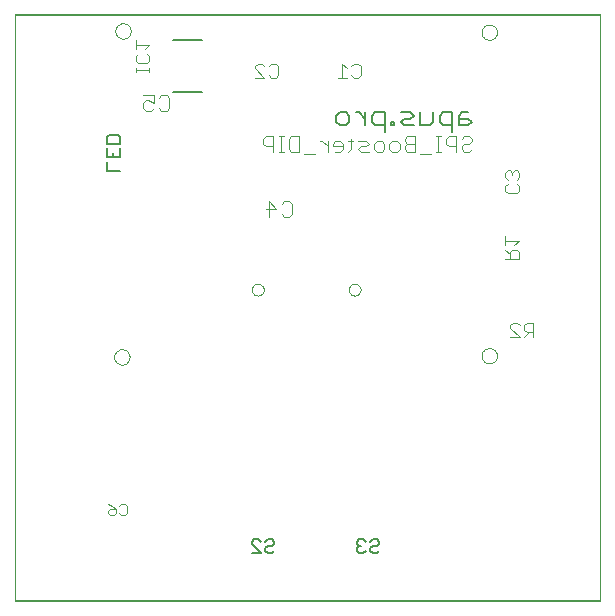
<source format=gbo>
G75*
G70*
%OFA0B0*%
%FSLAX24Y24*%
%IPPOS*%
%LPD*%
%AMOC8*
5,1,8,0,0,1.08239X$1,22.5*
%
%ADD10C,0.0000*%
%ADD11C,0.0040*%
%ADD12C,0.0060*%
%ADD13C,0.0050*%
%ADD14C,0.0030*%
D10*
X000736Y000100D02*
X000736Y019663D01*
X020252Y019663D01*
X020252Y000100D01*
X000736Y000100D01*
X000750Y000128D02*
X000750Y019628D01*
X020250Y019628D01*
X020250Y000128D01*
X000750Y000128D01*
X004056Y008245D02*
X004058Y008276D01*
X004064Y008307D01*
X004073Y008337D01*
X004086Y008366D01*
X004103Y008393D01*
X004123Y008417D01*
X004145Y008439D01*
X004171Y008458D01*
X004198Y008474D01*
X004227Y008486D01*
X004257Y008495D01*
X004288Y008500D01*
X004320Y008501D01*
X004351Y008498D01*
X004382Y008491D01*
X004412Y008481D01*
X004440Y008467D01*
X004466Y008449D01*
X004490Y008429D01*
X004511Y008405D01*
X004530Y008380D01*
X004545Y008352D01*
X004556Y008323D01*
X004564Y008292D01*
X004568Y008261D01*
X004568Y008229D01*
X004564Y008198D01*
X004556Y008167D01*
X004545Y008138D01*
X004530Y008110D01*
X004511Y008085D01*
X004490Y008061D01*
X004466Y008041D01*
X004440Y008023D01*
X004412Y008009D01*
X004382Y007999D01*
X004351Y007992D01*
X004320Y007989D01*
X004288Y007990D01*
X004257Y007995D01*
X004227Y008004D01*
X004198Y008016D01*
X004171Y008032D01*
X004145Y008051D01*
X004123Y008073D01*
X004103Y008097D01*
X004086Y008124D01*
X004073Y008153D01*
X004064Y008183D01*
X004058Y008214D01*
X004056Y008245D01*
X008643Y010489D02*
X008645Y010516D01*
X008651Y010543D01*
X008660Y010569D01*
X008673Y010593D01*
X008689Y010616D01*
X008708Y010635D01*
X008730Y010652D01*
X008754Y010666D01*
X008779Y010676D01*
X008806Y010683D01*
X008833Y010686D01*
X008861Y010685D01*
X008888Y010680D01*
X008914Y010672D01*
X008938Y010660D01*
X008961Y010644D01*
X008982Y010626D01*
X008999Y010605D01*
X009014Y010581D01*
X009025Y010556D01*
X009033Y010530D01*
X009037Y010503D01*
X009037Y010475D01*
X009033Y010448D01*
X009025Y010422D01*
X009014Y010397D01*
X008999Y010373D01*
X008982Y010352D01*
X008961Y010334D01*
X008939Y010318D01*
X008914Y010306D01*
X008888Y010298D01*
X008861Y010293D01*
X008833Y010292D01*
X008806Y010295D01*
X008779Y010302D01*
X008754Y010312D01*
X008730Y010326D01*
X008708Y010343D01*
X008689Y010362D01*
X008673Y010385D01*
X008660Y010409D01*
X008651Y010435D01*
X008645Y010462D01*
X008643Y010489D01*
X011871Y010489D02*
X011873Y010516D01*
X011879Y010543D01*
X011888Y010569D01*
X011901Y010593D01*
X011917Y010616D01*
X011936Y010635D01*
X011958Y010652D01*
X011982Y010666D01*
X012007Y010676D01*
X012034Y010683D01*
X012061Y010686D01*
X012089Y010685D01*
X012116Y010680D01*
X012142Y010672D01*
X012166Y010660D01*
X012189Y010644D01*
X012210Y010626D01*
X012227Y010605D01*
X012242Y010581D01*
X012253Y010556D01*
X012261Y010530D01*
X012265Y010503D01*
X012265Y010475D01*
X012261Y010448D01*
X012253Y010422D01*
X012242Y010397D01*
X012227Y010373D01*
X012210Y010352D01*
X012189Y010334D01*
X012167Y010318D01*
X012142Y010306D01*
X012116Y010298D01*
X012089Y010293D01*
X012061Y010292D01*
X012034Y010295D01*
X012007Y010302D01*
X011982Y010312D01*
X011958Y010326D01*
X011936Y010343D01*
X011917Y010362D01*
X011901Y010385D01*
X011888Y010409D01*
X011879Y010435D01*
X011873Y010462D01*
X011871Y010489D01*
X016300Y008284D02*
X016302Y008315D01*
X016308Y008346D01*
X016317Y008376D01*
X016330Y008405D01*
X016347Y008432D01*
X016367Y008456D01*
X016389Y008478D01*
X016415Y008497D01*
X016442Y008513D01*
X016471Y008525D01*
X016501Y008534D01*
X016532Y008539D01*
X016564Y008540D01*
X016595Y008537D01*
X016626Y008530D01*
X016656Y008520D01*
X016684Y008506D01*
X016710Y008488D01*
X016734Y008468D01*
X016755Y008444D01*
X016774Y008419D01*
X016789Y008391D01*
X016800Y008362D01*
X016808Y008331D01*
X016812Y008300D01*
X016812Y008268D01*
X016808Y008237D01*
X016800Y008206D01*
X016789Y008177D01*
X016774Y008149D01*
X016755Y008124D01*
X016734Y008100D01*
X016710Y008080D01*
X016684Y008062D01*
X016656Y008048D01*
X016626Y008038D01*
X016595Y008031D01*
X016564Y008028D01*
X016532Y008029D01*
X016501Y008034D01*
X016471Y008043D01*
X016442Y008055D01*
X016415Y008071D01*
X016389Y008090D01*
X016367Y008112D01*
X016347Y008136D01*
X016330Y008163D01*
X016317Y008192D01*
X016308Y008222D01*
X016302Y008253D01*
X016300Y008284D01*
X016300Y019071D02*
X016302Y019102D01*
X016308Y019133D01*
X016317Y019163D01*
X016330Y019192D01*
X016347Y019219D01*
X016367Y019243D01*
X016389Y019265D01*
X016415Y019284D01*
X016442Y019300D01*
X016471Y019312D01*
X016501Y019321D01*
X016532Y019326D01*
X016564Y019327D01*
X016595Y019324D01*
X016626Y019317D01*
X016656Y019307D01*
X016684Y019293D01*
X016710Y019275D01*
X016734Y019255D01*
X016755Y019231D01*
X016774Y019206D01*
X016789Y019178D01*
X016800Y019149D01*
X016808Y019118D01*
X016812Y019087D01*
X016812Y019055D01*
X016808Y019024D01*
X016800Y018993D01*
X016789Y018964D01*
X016774Y018936D01*
X016755Y018911D01*
X016734Y018887D01*
X016710Y018867D01*
X016684Y018849D01*
X016656Y018835D01*
X016626Y018825D01*
X016595Y018818D01*
X016564Y018815D01*
X016532Y018816D01*
X016501Y018821D01*
X016471Y018830D01*
X016442Y018842D01*
X016415Y018858D01*
X016389Y018877D01*
X016367Y018899D01*
X016347Y018923D01*
X016330Y018950D01*
X016317Y018979D01*
X016308Y019009D01*
X016302Y019040D01*
X016300Y019071D01*
X004095Y019111D02*
X004097Y019142D01*
X004103Y019173D01*
X004112Y019203D01*
X004125Y019232D01*
X004142Y019259D01*
X004162Y019283D01*
X004184Y019305D01*
X004210Y019324D01*
X004237Y019340D01*
X004266Y019352D01*
X004296Y019361D01*
X004327Y019366D01*
X004359Y019367D01*
X004390Y019364D01*
X004421Y019357D01*
X004451Y019347D01*
X004479Y019333D01*
X004505Y019315D01*
X004529Y019295D01*
X004550Y019271D01*
X004569Y019246D01*
X004584Y019218D01*
X004595Y019189D01*
X004603Y019158D01*
X004607Y019127D01*
X004607Y019095D01*
X004603Y019064D01*
X004595Y019033D01*
X004584Y019004D01*
X004569Y018976D01*
X004550Y018951D01*
X004529Y018927D01*
X004505Y018907D01*
X004479Y018889D01*
X004451Y018875D01*
X004421Y018865D01*
X004390Y018858D01*
X004359Y018855D01*
X004327Y018856D01*
X004296Y018861D01*
X004266Y018870D01*
X004237Y018882D01*
X004210Y018898D01*
X004184Y018917D01*
X004162Y018939D01*
X004142Y018963D01*
X004125Y018990D01*
X004112Y019019D01*
X004103Y019049D01*
X004097Y019080D01*
X004095Y019111D01*
D11*
X004770Y018809D02*
X004770Y018502D01*
X004770Y018656D02*
X005230Y018656D01*
X005077Y018502D01*
X005154Y018349D02*
X005230Y018272D01*
X005230Y018118D01*
X005154Y018042D01*
X004847Y018042D01*
X004770Y018118D01*
X004770Y018272D01*
X004847Y018349D01*
X004770Y017888D02*
X004770Y017735D01*
X004770Y017812D02*
X005230Y017812D01*
X005230Y017888D02*
X005230Y017735D01*
X005371Y016973D02*
X005024Y016973D01*
X005110Y016799D02*
X005024Y016713D01*
X005024Y016539D01*
X005110Y016453D01*
X005284Y016453D01*
X005371Y016539D01*
X005539Y016539D02*
X005626Y016453D01*
X005800Y016453D01*
X005886Y016539D01*
X005886Y016886D01*
X005800Y016973D01*
X005626Y016973D01*
X005539Y016886D01*
X005371Y016973D02*
X005371Y016713D01*
X005197Y016799D01*
X005110Y016799D01*
X008756Y017557D02*
X009062Y017557D01*
X008756Y017864D01*
X008756Y017940D01*
X008832Y018017D01*
X008986Y018017D01*
X009062Y017940D01*
X009216Y017940D02*
X009293Y018017D01*
X009446Y018017D01*
X009523Y017940D01*
X009523Y017634D01*
X009446Y017557D01*
X009293Y017557D01*
X009216Y017634D01*
X009102Y015608D02*
X009016Y015521D01*
X009016Y015348D01*
X009102Y015261D01*
X009363Y015261D01*
X009363Y015088D02*
X009363Y015608D01*
X009102Y015608D01*
X009533Y015608D02*
X009706Y015608D01*
X009620Y015608D02*
X009620Y015088D01*
X009706Y015088D02*
X009533Y015088D01*
X009875Y015174D02*
X009962Y015088D01*
X010222Y015088D01*
X010222Y015608D01*
X009962Y015608D01*
X009875Y015521D01*
X009875Y015174D01*
X010391Y015001D02*
X010738Y015001D01*
X011167Y015088D02*
X011167Y015434D01*
X011167Y015261D02*
X010994Y015434D01*
X010907Y015434D01*
X011336Y015348D02*
X011336Y015261D01*
X011683Y015261D01*
X011683Y015174D02*
X011683Y015348D01*
X011596Y015434D01*
X011423Y015434D01*
X011336Y015348D01*
X011423Y015088D02*
X011596Y015088D01*
X011683Y015174D01*
X011853Y015088D02*
X011940Y015174D01*
X011940Y015521D01*
X012027Y015434D02*
X011853Y015434D01*
X012195Y015434D02*
X012456Y015434D01*
X012542Y015348D01*
X012456Y015261D01*
X012282Y015261D01*
X012195Y015174D01*
X012282Y015088D01*
X012542Y015088D01*
X012711Y015174D02*
X012711Y015348D01*
X012798Y015434D01*
X012971Y015434D01*
X013058Y015348D01*
X013058Y015174D01*
X012971Y015088D01*
X012798Y015088D01*
X012711Y015174D01*
X013227Y015174D02*
X013227Y015348D01*
X013313Y015434D01*
X013487Y015434D01*
X013574Y015348D01*
X013574Y015174D01*
X013487Y015088D01*
X013313Y015088D01*
X013227Y015174D01*
X013742Y015174D02*
X013829Y015088D01*
X014089Y015088D01*
X014089Y015608D01*
X013829Y015608D01*
X013742Y015521D01*
X013742Y015434D01*
X013829Y015348D01*
X014089Y015348D01*
X013829Y015348D02*
X013742Y015261D01*
X013742Y015174D01*
X014258Y015001D02*
X014605Y015001D01*
X014775Y015088D02*
X014949Y015088D01*
X014862Y015088D02*
X014862Y015608D01*
X014949Y015608D02*
X014775Y015608D01*
X015117Y015521D02*
X015117Y015348D01*
X015204Y015261D01*
X015464Y015261D01*
X015633Y015261D02*
X015633Y015174D01*
X015720Y015088D01*
X015893Y015088D01*
X015980Y015174D01*
X015893Y015348D02*
X015720Y015348D01*
X015633Y015261D01*
X015464Y015088D02*
X015464Y015608D01*
X015204Y015608D01*
X015117Y015521D01*
X015633Y015521D02*
X015720Y015608D01*
X015893Y015608D01*
X015980Y015521D01*
X015980Y015434D01*
X015893Y015348D01*
X017091Y014388D02*
X017091Y014235D01*
X017168Y014158D01*
X017168Y014005D02*
X017091Y013928D01*
X017091Y013774D01*
X017168Y013698D01*
X017475Y013698D01*
X017551Y013774D01*
X017551Y013928D01*
X017475Y014005D01*
X017475Y014158D02*
X017551Y014235D01*
X017551Y014388D01*
X017475Y014465D01*
X017398Y014465D01*
X017321Y014388D01*
X017245Y014465D01*
X017168Y014465D01*
X017091Y014388D01*
X017321Y014388D02*
X017321Y014312D01*
X017082Y012278D02*
X017082Y011971D01*
X017082Y011818D02*
X017236Y011664D01*
X017236Y011741D02*
X017236Y011511D01*
X017082Y011511D02*
X017543Y011511D01*
X017543Y011741D01*
X017466Y011818D01*
X017312Y011818D01*
X017236Y011741D01*
X017389Y011971D02*
X017543Y012125D01*
X017082Y012125D01*
X017339Y009373D02*
X017263Y009296D01*
X017263Y009219D01*
X017570Y008913D01*
X017263Y008913D01*
X017723Y008913D02*
X017877Y009066D01*
X017800Y009066D02*
X018030Y009066D01*
X018030Y008913D02*
X018030Y009373D01*
X017800Y009373D01*
X017723Y009296D01*
X017723Y009143D01*
X017800Y009066D01*
X017570Y009296D02*
X017493Y009373D01*
X017339Y009373D01*
X009980Y012999D02*
X009893Y012913D01*
X009720Y012913D01*
X009633Y012999D01*
X009464Y013173D02*
X009117Y013173D01*
X009204Y012913D02*
X009204Y013433D01*
X009464Y013173D01*
X009633Y013346D02*
X009720Y013433D01*
X009893Y013433D01*
X009980Y013346D01*
X009980Y012999D01*
X011498Y017559D02*
X011805Y017559D01*
X011651Y017559D02*
X011651Y018019D01*
X011805Y017866D01*
X011958Y017942D02*
X012035Y018019D01*
X012188Y018019D01*
X012265Y017942D01*
X012265Y017636D01*
X012188Y017559D01*
X012035Y017559D01*
X011958Y017636D01*
D12*
X012105Y016400D02*
X012211Y016400D01*
X012425Y016186D01*
X012425Y015973D02*
X012425Y016400D01*
X012642Y016293D02*
X012642Y016079D01*
X012749Y015973D01*
X013070Y015973D01*
X013070Y015759D02*
X013070Y016400D01*
X012749Y016400D01*
X012642Y016293D01*
X013285Y016079D02*
X013285Y015973D01*
X013392Y015973D01*
X013392Y016079D01*
X013285Y016079D01*
X013609Y016079D02*
X013716Y016186D01*
X013930Y016186D01*
X014036Y016293D01*
X013930Y016400D01*
X013609Y016400D01*
X013609Y016079D02*
X013716Y015973D01*
X014036Y015973D01*
X014254Y015973D02*
X014254Y016400D01*
X014254Y015973D02*
X014574Y015973D01*
X014681Y016079D01*
X014681Y016400D01*
X014898Y016293D02*
X014898Y016079D01*
X015005Y015973D01*
X015325Y015973D01*
X015325Y015759D02*
X015325Y016400D01*
X015005Y016400D01*
X014898Y016293D01*
X015543Y016293D02*
X015543Y015973D01*
X015863Y015973D01*
X015970Y016079D01*
X015863Y016186D01*
X015543Y016186D01*
X015543Y016293D02*
X015650Y016400D01*
X015863Y016400D01*
X011888Y016293D02*
X011888Y016079D01*
X011781Y015973D01*
X011568Y015973D01*
X011461Y016079D01*
X011461Y016293D01*
X011568Y016400D01*
X011781Y016400D01*
X011888Y016293D01*
D13*
X006990Y017063D02*
X006020Y017063D01*
X006020Y018822D02*
X006990Y018822D01*
X004180Y015659D02*
X003880Y015659D01*
X003805Y015583D01*
X003805Y015358D01*
X004255Y015358D01*
X004255Y015583D01*
X004180Y015659D01*
X004255Y015198D02*
X004255Y014898D01*
X003805Y014898D01*
X003805Y015198D01*
X004030Y015048D02*
X004030Y014898D01*
X003805Y014738D02*
X003805Y014438D01*
X004255Y014438D01*
X008710Y002168D02*
X008860Y002168D01*
X008935Y002093D01*
X009096Y002093D02*
X009171Y002168D01*
X009321Y002168D01*
X009396Y002093D01*
X009396Y002018D01*
X009321Y001943D01*
X009171Y001943D01*
X009096Y001868D01*
X009096Y001793D01*
X009171Y001718D01*
X009321Y001718D01*
X009396Y001793D01*
X008935Y001718D02*
X008635Y002018D01*
X008635Y002093D01*
X008710Y002168D01*
X008635Y001718D02*
X008935Y001718D01*
X012135Y001793D02*
X012210Y001718D01*
X012360Y001718D01*
X012435Y001793D01*
X012596Y001793D02*
X012671Y001718D01*
X012821Y001718D01*
X012896Y001793D01*
X012821Y001943D02*
X012671Y001943D01*
X012596Y001868D01*
X012596Y001793D01*
X012821Y001943D02*
X012896Y002018D01*
X012896Y002093D01*
X012821Y002168D01*
X012671Y002168D01*
X012596Y002093D01*
X012435Y002093D02*
X012360Y002168D01*
X012210Y002168D01*
X012135Y002093D01*
X012135Y002018D01*
X012210Y001943D01*
X012135Y001868D01*
X012135Y001793D01*
X012210Y001943D02*
X012285Y001943D01*
D14*
X004472Y003044D02*
X004410Y002983D01*
X004286Y002983D01*
X004225Y003044D01*
X004103Y003044D02*
X004042Y002983D01*
X003918Y002983D01*
X003856Y003044D01*
X003856Y003106D01*
X003918Y003168D01*
X004103Y003168D01*
X004103Y003044D01*
X004103Y003168D02*
X003980Y003291D01*
X003856Y003353D01*
X004225Y003291D02*
X004286Y003353D01*
X004410Y003353D01*
X004472Y003291D01*
X004472Y003044D01*
M02*

</source>
